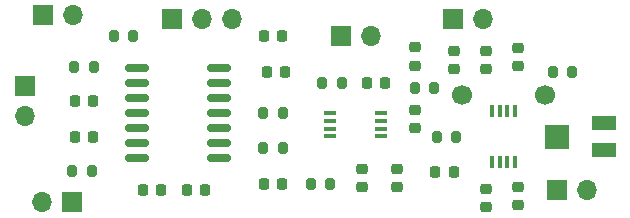
<source format=gbr>
%TF.GenerationSoftware,KiCad,Pcbnew,(6.0.2)*%
%TF.CreationDate,2022-05-27T23:56:07+02:00*%
%TF.ProjectId,EEC_v0,4545435f-7630-42e6-9b69-6361645f7063,rev?*%
%TF.SameCoordinates,Original*%
%TF.FileFunction,Soldermask,Top*%
%TF.FilePolarity,Negative*%
%FSLAX46Y46*%
G04 Gerber Fmt 4.6, Leading zero omitted, Abs format (unit mm)*
G04 Created by KiCad (PCBNEW (6.0.2)) date 2022-05-27 23:56:07*
%MOMM*%
%LPD*%
G01*
G04 APERTURE LIST*
G04 Aperture macros list*
%AMRoundRect*
0 Rectangle with rounded corners*
0 $1 Rounding radius*
0 $2 $3 $4 $5 $6 $7 $8 $9 X,Y pos of 4 corners*
0 Add a 4 corners polygon primitive as box body*
4,1,4,$2,$3,$4,$5,$6,$7,$8,$9,$2,$3,0*
0 Add four circle primitives for the rounded corners*
1,1,$1+$1,$2,$3*
1,1,$1+$1,$4,$5*
1,1,$1+$1,$6,$7*
1,1,$1+$1,$8,$9*
0 Add four rect primitives between the rounded corners*
20,1,$1+$1,$2,$3,$4,$5,0*
20,1,$1+$1,$4,$5,$6,$7,0*
20,1,$1+$1,$6,$7,$8,$9,0*
20,1,$1+$1,$8,$9,$2,$3,0*%
G04 Aperture macros list end*
%ADD10RoundRect,0.225000X-0.225000X-0.250000X0.225000X-0.250000X0.225000X0.250000X-0.225000X0.250000X0*%
%ADD11RoundRect,0.225000X-0.250000X0.225000X-0.250000X-0.225000X0.250000X-0.225000X0.250000X0.225000X0*%
%ADD12RoundRect,0.225000X0.250000X-0.225000X0.250000X0.225000X-0.250000X0.225000X-0.250000X-0.225000X0*%
%ADD13RoundRect,0.200000X0.200000X0.275000X-0.200000X0.275000X-0.200000X-0.275000X0.200000X-0.275000X0*%
%ADD14RoundRect,0.200000X-0.200000X-0.275000X0.200000X-0.275000X0.200000X0.275000X-0.200000X0.275000X0*%
%ADD15R,1.700000X1.700000*%
%ADD16O,1.700000X1.700000*%
%ADD17RoundRect,0.150000X-0.837500X-0.150000X0.837500X-0.150000X0.837500X0.150000X-0.837500X0.150000X0*%
%ADD18R,2.000000X1.300000*%
%ADD19R,2.000000X2.000000*%
%ADD20RoundRect,0.225000X0.225000X0.250000X-0.225000X0.250000X-0.225000X-0.250000X0.225000X-0.250000X0*%
%ADD21R,1.100000X0.400000*%
%ADD22RoundRect,0.218750X-0.218750X-0.256250X0.218750X-0.256250X0.218750X0.256250X-0.218750X0.256250X0*%
%ADD23R,0.400000X1.100000*%
%ADD24C,1.700000*%
G04 APERTURE END LIST*
D10*
%TO.C,C14*%
X95725000Y-119000000D03*
X97275000Y-119000000D03*
%TD*%
D11*
%TO.C,C12*%
X121000000Y-118950000D03*
X121000000Y-120500000D03*
%TD*%
D10*
%TO.C,C4*%
X116725000Y-117500000D03*
X118275000Y-117500000D03*
%TD*%
D12*
%TO.C,C6*%
X118275000Y-108775000D03*
X118275000Y-107225000D03*
%TD*%
D13*
%TO.C,R9*%
X118500000Y-114500000D03*
X116850000Y-114500000D03*
%TD*%
D14*
%TO.C,R8*%
X114975000Y-110400000D03*
X116625000Y-110400000D03*
%TD*%
%TO.C,R1*%
X86000000Y-117400000D03*
X87650000Y-117400000D03*
%TD*%
D15*
%TO.C,J3*%
X83525000Y-104200000D03*
D16*
X86065000Y-104200000D03*
%TD*%
D10*
%TO.C,C10*%
X102500000Y-109000000D03*
X104050000Y-109000000D03*
%TD*%
D17*
%TO.C,U2*%
X91500000Y-108730000D03*
X91500000Y-110000000D03*
X91500000Y-111270000D03*
X91500000Y-112540000D03*
X91500000Y-113810000D03*
X91500000Y-115080000D03*
X91500000Y-116350000D03*
X98425000Y-116350000D03*
X98425000Y-115080000D03*
X98425000Y-113810000D03*
X98425000Y-112540000D03*
X98425000Y-111270000D03*
X98425000Y-110000000D03*
X98425000Y-108730000D03*
%TD*%
D12*
%TO.C,C16*%
X121000000Y-108775000D03*
X121000000Y-107225000D03*
%TD*%
D14*
%TO.C,R6*%
X102175000Y-115500000D03*
X103825000Y-115500000D03*
%TD*%
%TO.C,R5*%
X102175000Y-112500000D03*
X103825000Y-112500000D03*
%TD*%
D10*
%TO.C,C13*%
X102225000Y-106000000D03*
X103775000Y-106000000D03*
%TD*%
D15*
%TO.C,Entrada*%
X82000000Y-110225000D03*
D16*
X82000000Y-112765000D03*
%TD*%
D12*
%TO.C,C15*%
X123725000Y-108550000D03*
X123725000Y-107000000D03*
%TD*%
D15*
%TO.C,J5*%
X108725000Y-106000000D03*
D16*
X111265000Y-106000000D03*
%TD*%
D10*
%TO.C,C2*%
X110950000Y-110000000D03*
X112500000Y-110000000D03*
%TD*%
D13*
%TO.C,R3*%
X91150000Y-106000000D03*
X89500000Y-106000000D03*
%TD*%
D14*
%TO.C,R7*%
X107175000Y-110000000D03*
X108825000Y-110000000D03*
%TD*%
%TO.C,R2*%
X86150000Y-108600000D03*
X87800000Y-108600000D03*
%TD*%
D15*
%TO.C,+/G/-*%
X94475000Y-104500000D03*
D16*
X97015000Y-104500000D03*
X99555000Y-104500000D03*
%TD*%
D12*
%TO.C,C3*%
X115000000Y-113775000D03*
X115000000Y-112225000D03*
%TD*%
D18*
%TO.C,RV1*%
X131000000Y-113350000D03*
D19*
X127000000Y-114500000D03*
D18*
X131000000Y-115650000D03*
%TD*%
D13*
%TO.C,R4*%
X107825000Y-118500000D03*
X106175000Y-118500000D03*
%TD*%
D11*
%TO.C,C9*%
X123775000Y-118735000D03*
X123775000Y-120285000D03*
%TD*%
D15*
%TO.C,J4*%
X86000000Y-120000000D03*
D16*
X83460000Y-120000000D03*
%TD*%
D15*
%TO.C,J8*%
X127000000Y-119000000D03*
D16*
X129540000Y-119000000D03*
%TD*%
D14*
%TO.C,R10*%
X126675000Y-109000000D03*
X128325000Y-109000000D03*
%TD*%
D20*
%TO.C,C1*%
X103775000Y-118500000D03*
X102225000Y-118500000D03*
%TD*%
D21*
%TO.C,U1*%
X107850000Y-112525000D03*
X107850000Y-113175000D03*
X107850000Y-113825000D03*
X107850000Y-114475000D03*
X112150000Y-114475000D03*
X112150000Y-113825000D03*
X112150000Y-113175000D03*
X112150000Y-112525000D03*
%TD*%
D22*
%TO.C,L2*%
X86212500Y-111500000D03*
X87787500Y-111500000D03*
%TD*%
D20*
%TO.C,C11*%
X93500000Y-119000000D03*
X91950000Y-119000000D03*
%TD*%
D15*
%TO.C,J6*%
X118225000Y-104500000D03*
D16*
X120765000Y-104500000D03*
%TD*%
D11*
%TO.C,C7*%
X110500000Y-117225000D03*
X110500000Y-118775000D03*
%TD*%
D12*
%TO.C,C5*%
X115000000Y-108500000D03*
X115000000Y-106950000D03*
%TD*%
D23*
%TO.C,U3*%
X123475000Y-112350000D03*
X122825000Y-112350000D03*
X122175000Y-112350000D03*
X121525000Y-112350000D03*
X121525000Y-116650000D03*
X122175000Y-116650000D03*
X122825000Y-116650000D03*
X123475000Y-116650000D03*
%TD*%
D11*
%TO.C,C8*%
X113500000Y-117225000D03*
X113500000Y-118775000D03*
%TD*%
D22*
%TO.C,L1*%
X86212500Y-114500000D03*
X87787500Y-114500000D03*
%TD*%
D24*
%TO.C,Salida*%
X126000000Y-111000000D03*
X119000000Y-111000000D03*
%TD*%
M02*

</source>
